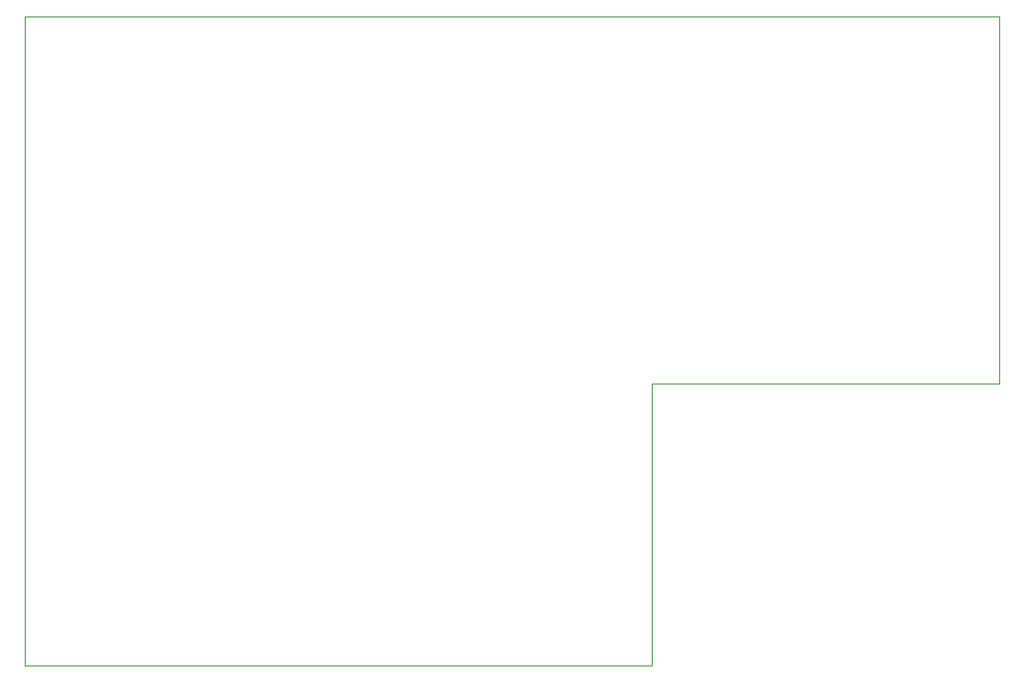
<source format=gm1>
G04 Layer_Color=16711935*
%FSLAX25Y25*%
%MOIN*%
G70*
G01*
G75*
%ADD32C,0.00394*%
D32*
X605831Y311779D02*
Y445500D01*
X251500Y209279D02*
X474000D01*
X251500Y445500D02*
X605831D01*
X251500Y209279D02*
Y445500D01*
X479500Y311779D02*
X605831D01*
X479500Y209279D02*
Y311779D01*
X474000Y209279D02*
X479500D01*
M02*

</source>
